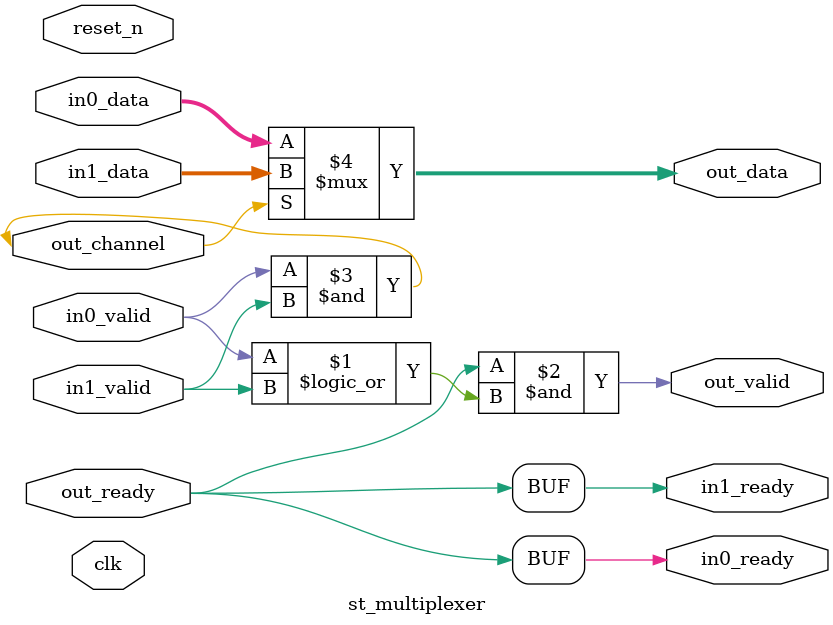
<source format=sv>
module st_multiplexer #(
    parameter DWIDTH=8
) (
    input clk,
    input reset_n,
    input in0_valid,
    output reg in0_ready,
    input [DWIDTH-1:0] in0_data,
    input in1_valid,
    output reg in1_ready,
    input [DWIDTH-1:0] in1_data,
    output out_valid,
    input out_ready,
    output reg [DWIDTH-1:0] out_data,
    input out_channel
);

assign out_valid = out_ready & (in0_valid || in1_valid);

assign out_channel = in0_valid & in1_valid;
assign out_data = out_channel ? in1_data : in0_data;
assign in0_ready = out_ready;
assign in1_ready = out_ready;  

    
endmodule
</source>
